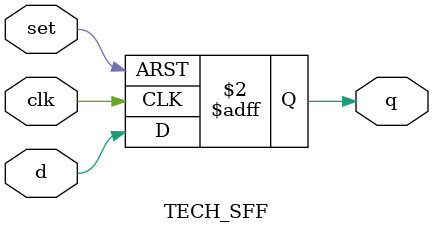
<source format=v>
/* 
Copyright (C) 2009-2010 Parvez Ahmad
Written by Parvez Ahmad <parvez_ahmad@yahoo.co.uk>.

This program is free software: you can redistribute it and/or modify
it under the terms of the GNU General Public License as published by
the Free Software Foundation; either version 3 of the License, or
(at your option) any later version.

This program is distributed in the hope that it will be useful,
but WITHOUT ANY WARRANTY; without even the implied warranty of
MERCHANTABILITY or FITNESS FOR A PARTICULAR PURPOSE.  See the
GNU General Public License for more details.

You should have received a copy of the GNU General Public License
along with this program.  If not, see <http://www.gnu.org/licenses/>.  */

module TECH_SFF(input d, clk, set, output reg q);
always @(posedge clk or posedge set) 
    if(set)
	    q <= 1;
	else	
        q <= d;
endmodule	



</source>
